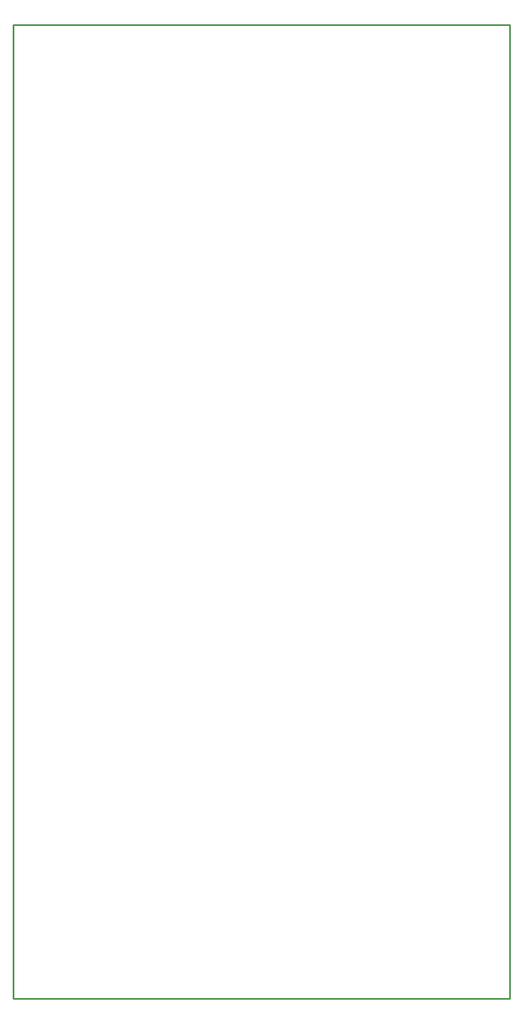
<source format=gko>
G04*
G04 #@! TF.GenerationSoftware,Altium Limited,Altium Designer,24.0.1 (36)*
G04*
G04 Layer_Color=16711935*
%FSLAX44Y44*%
%MOMM*%
G71*
G04*
G04 #@! TF.SameCoordinates,AD72D708-2F1B-4BA6-821B-E73127EA62D2*
G04*
G04*
G04 #@! TF.FilePolarity,Positive*
G04*
G01*
G75*
%ADD15C,0.2540*%
D15*
X0Y0D02*
X762000D01*
Y1493520D01*
X0D02*
X762000D01*
X0Y0D02*
Y1493520D01*
M02*

</source>
